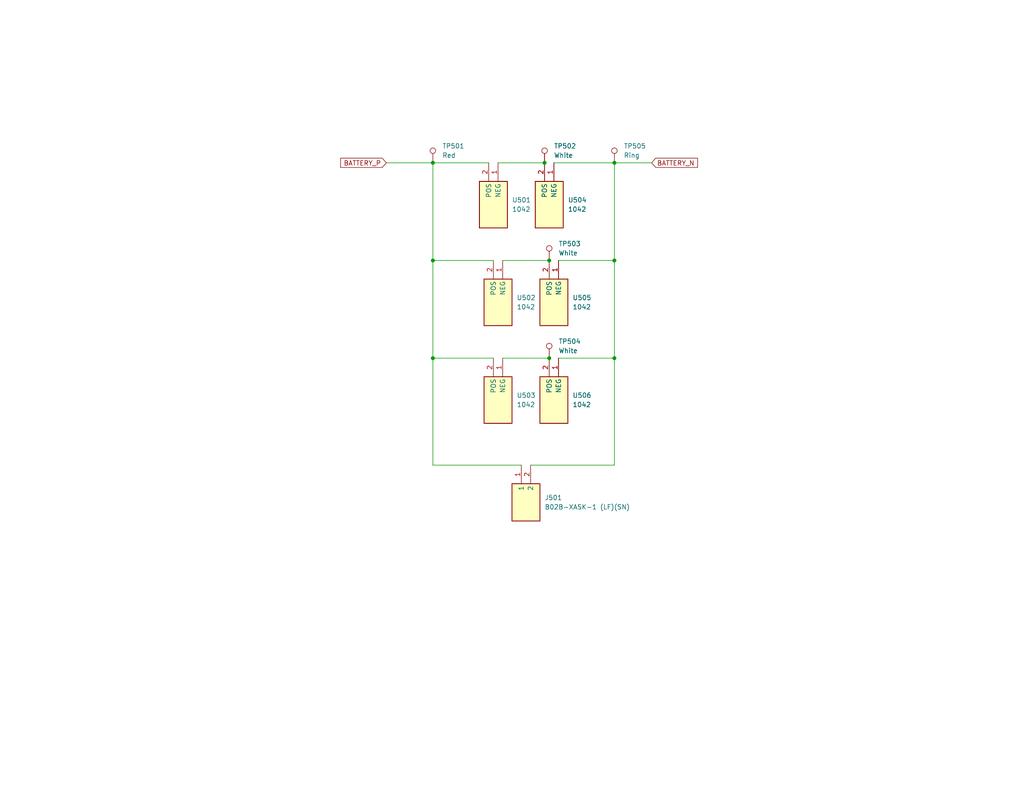
<source format=kicad_sch>
(kicad_sch (version 20230121) (generator eeschema)
  (paper "USLetter")
  (lib_symbols
    (symbol "Connector:TestPoint" (pin_numbers hide) (pin_names (offset 0.762) hide)
      (property "Reference" "TP" (at 0 6.858 0))
      (property "Value" "TestPoint" (at 0 5.08 0))
      (symbol "TestPoint_0_1"
        (circle (center 0 3.302) (radius 0.762))
      )
      (symbol "TestPoint_1_1"
        (pin passive line (at 0 0 90) (length 2.54) (name "1") (number "1"))
      )
    )
    (symbol "JST B02B-XASK-1 (LF)(SN):B02B-XASK-1__LF__SN_"
      (property "Reference" "J" (at 16.51 7.62 0))
      (property "Value" "B02B-XASK-1__LF__SN_" (at 16.51 5.08 0))
      (symbol "B02B-XASK-1__LF__SN__1_1"
        (rectangle (start 5.08 2.54) (end 15.24 -5.08) (stroke (width 0.254)) (fill (type background)))
        (pin passive line (at 0 -2.54 0) (length 5.08) (name "1") (number "1"))
        (pin passive line (at 0 0 0) (length 5.08) (name "2") (number "2"))
      )
    )
    (symbol "Keystone 1042:1042"
      (property "Reference" "U" (at 19.05 7.62 0))
      (property "Value" "1042" (at 19.05 5.08 0))
      (symbol "1042_1_1"
        (rectangle (start 5.08 2.54) (end 17.78 -5.08) (stroke (width 0.254)) (fill (type background)))
        (pin passive line (at 0 0 0) (length 5.08) (name "NEG") (number "1"))
        (pin passive line (at 0 -2.54 0) (length 5.08) (name "POS") (number "2"))
      )
    )
  )
  (junction (at 118.11 71.12))
  (junction (at 167.64 44.45))
  (junction (at 167.64 97.79))
  (junction (at 118.11 44.45))
  (junction (at 118.11 97.79))
  (junction (at 149.86 97.79))
  (junction (at 148.59 44.45))
  (junction (at 167.64 71.12))
  (junction (at 149.86 71.12))
  (wire (pts (xy 151.13 44.45) (xy 167.64 44.45)))
  (wire (pts (xy 118.11 44.45) (xy 133.35 44.45)))
  (wire (pts (xy 142.24 127) (xy 118.11 127)))
  (wire (pts (xy 118.11 44.45) (xy 118.11 71.12)))
  (wire (pts (xy 118.11 71.12) (xy 134.62 71.12)))
  (wire (pts (xy 135.89 44.45) (xy 148.59 44.45)))
  (wire (pts (xy 137.16 97.79) (xy 149.86 97.79)))
  (wire (pts (xy 137.16 71.12) (xy 149.86 71.12)))
  (wire (pts (xy 118.11 97.79) (xy 134.62 97.79)))
  (wire (pts (xy 167.64 44.45) (xy 177.8 44.45)))
  (wire (pts (xy 118.11 71.12) (xy 118.11 97.79)))
  (wire (pts (xy 167.64 97.79) (xy 152.4 97.79)))
  (wire (pts (xy 118.11 127) (xy 118.11 97.79)))
  (wire (pts (xy 105.41 44.45) (xy 118.11 44.45)))
  (wire (pts (xy 167.64 127) (xy 167.64 97.79)))
  (wire (pts (xy 144.78 127) (xy 167.64 127)))
  (wire (pts (xy 167.64 71.12) (xy 167.64 97.79)))
  (wire (pts (xy 152.4 71.12) (xy 167.64 71.12)))
  (wire (pts (xy 167.64 44.45) (xy 167.64 71.12)))
  (global_label "BATTERY_P" (shape input) (at 105.41 44.45 180) (property "Intersheetrefs" "${INTERSHEET_REFS}" (effects hide)))
  (global_label "BATTERY_N" (shape input) (at 177.8 44.45 0) (property "Intersheetrefs" "${INTERSHEET_REFS}" (effects hide)))
  (symbol (lib_id "Keystone 1042:1042") (at 151.13 44.45 270) (unit 1)
    (property "Reference" "U504" (at 154.94 54.61 90) (effects (justify left)))
    (property "Value" "1042" (at 154.94 57.15 90) (effects (justify left)))
    (property "Footprint" "footprints:KEYSTONE-1042" (effects hide))
    (property "Datasheet" "http://www.mouser.com/ds/2/215/042-744829.pdf" (effects hide))
    (property "Manufacturer_Name" "Keystone Electronics" (effects hide))
    (property "Manufacturer_Part_Number" "1042" (effects hide))
    (property "Mouser Part Number" "534-1042" (effects hide))
    (property "Mouser Price/Stock" "https://www.mouser.co.uk/ProductDetail/Keystone-Electronics/1042?qs=%2F7TOpeL5Mz4qPdWi9tuLKw%3D%3D" (effects hide))
    (property "Arrow Part Number" "1042" (effects hide))
    (property "Arrow Price/Stock" "https://www.arrow.com/en/products/1042/keystone-electronics?region=europe" (effects hide))
    (property "MPN" "C5249310" (effects hide))
    (property "Manufacturer" "Keystone" (effects hide))
    (property "Manufacturer Part Number" "1042" (effects hide))
    (property "Active" "Y" (effects hide))
  )
  (symbol (lib_id "Keystone 1042:1042") (at 137.16 71.12 270) (unit 1)
    (property "Reference" "U502" (at 140.97 81.28 90) (effects (justify left)))
    (property "Value" "1042" (at 140.97 83.82 90) (effects (justify left)))
    (property "Footprint" "footprints:KEYSTONE-1042" (effects hide))
    (property "Datasheet" "http://www.mouser.com/ds/2/215/042-744829.pdf" (effects hide))
    (property "Manufacturer_Name" "Keystone Electronics" (effects hide))
    (property "Manufacturer_Part_Number" "1042" (effects hide))
    (property "Mouser Part Number" "534-1042" (effects hide))
    (property "Mouser Price/Stock" "https://www.mouser.co.uk/ProductDetail/Keystone-Electronics/1042?qs=%2F7TOpeL5Mz4qPdWi9tuLKw%3D%3D" (effects hide))
    (property "Arrow Part Number" "1042" (effects hide))
    (property "Arrow Price/Stock" "https://www.arrow.com/en/products/1042/keystone-electronics?region=europe" (effects hide))
    (property "MPN" "C5249310" (effects hide))
    (property "Manufacturer" "Keystone" (effects hide))
    (property "Manufacturer Part Number" "1042" (effects hide))
    (property "Active" "Y" (effects hide))
  )
  (symbol (lib_id "Connector:TestPoint") (at 118.11 44.45 0) (unit 1)
    (property "Reference" "TP501" (at 120.65 39.878 0) (effects (justify left)))
    (property "Value" "Red" (at 120.65 42.418 0) (effects (justify left)))
    (property "Footprint" "TestPoint:TestPoint_Keystone_5000-5004_Miniature" (effects hide))
    (property "Active" "Y" (effects hide))
    (property "MPN" "C5199900" (effects hide))
    (property "Manufacturer" "Keystone" (effects hide))
    (property "Manufacturer Part Number" "5000" (effects hide))
  )
  (symbol (lib_id "Keystone 1042:1042") (at 152.4 97.79 270) (unit 1)
    (property "Reference" "U506" (at 156.21 107.95 90) (effects (justify left)))
    (property "Value" "1042" (at 156.21 110.49 90) (effects (justify left)))
    (property "Footprint" "footprints:KEYSTONE-1042" (effects hide))
    (property "Datasheet" "http://www.mouser.com/ds/2/215/042-744829.pdf" (effects hide))
    (property "Manufacturer_Name" "Keystone Electronics" (effects hide))
    (property "Manufacturer_Part_Number" "1042" (effects hide))
    (property "Mouser Part Number" "534-1042" (effects hide))
    (property "Mouser Price/Stock" "https://www.mouser.co.uk/ProductDetail/Keystone-Electronics/1042?qs=%2F7TOpeL5Mz4qPdWi9tuLKw%3D%3D" (effects hide))
    (property "Arrow Part Number" "1042" (effects hide))
    (property "Arrow Price/Stock" "https://www.arrow.com/en/products/1042/keystone-electronics?region=europe" (effects hide))
    (property "MPN" "C5249310" (effects hide))
    (property "Manufacturer" "Keystone" (effects hide))
    (property "Manufacturer Part Number" "1042" (effects hide))
    (property "Active" "Y" (effects hide))
  )
  (symbol (lib_id "Keystone 1042:1042") (at 135.89 44.45 270) (unit 1)
    (property "Reference" "U501" (at 139.7 54.61 90) (effects (justify left)))
    (property "Value" "1042" (at 139.7 57.15 90) (effects (justify left)))
    (property "Footprint" "footprints:KEYSTONE-1042" (effects hide))
    (property "Datasheet" "http://www.mouser.com/ds/2/215/042-744829.pdf" (effects hide))
    (property "Manufacturer_Name" "Keystone Electronics" (effects hide))
    (property "Manufacturer_Part_Number" "1042" (effects hide))
    (property "Mouser Part Number" "534-1042" (effects hide))
    (property "Mouser Price/Stock" "https://www.mouser.co.uk/ProductDetail/Keystone-Electronics/1042?qs=%2F7TOpeL5Mz4qPdWi9tuLKw%3D%3D" (effects hide))
    (property "Arrow Part Number" "1042" (effects hide))
    (property "Arrow Price/Stock" "https://www.arrow.com/en/products/1042/keystone-electronics?region=europe" (effects hide))
    (property "MPN" "C5249310" (effects hide))
    (property "Manufacturer" "Keystone" (effects hide))
    (property "Manufacturer Part Number" "1042" (effects hide))
    (property "Active" "Y" (effects hide))
  )
  (symbol (lib_id "JST B02B-XASK-1 (LF)(SN):B02B-XASK-1__LF__SN_") (at 144.78 127 270) (unit 1)
    (property "Reference" "J501" (at 148.59 135.89 90) (effects (justify left)))
    (property "Value" "B02B-XASK-1 (LF)(SN)" (at 148.59 138.43 90) (effects (justify left)))
    (property "Footprint" "footprints:B02BXASK1LFSN" (effects hide))
    (property "Datasheet" "https://www.jst-mfg.com/product/pdf/eng/eXA1.pdf" (effects hide))
    (property "Height" "8.8" (effects hide))
    (property "Manufacturer_Name" "JST (JAPAN SOLDERLESS TERMINALS)" (effects hide))
    (property "Manufacturer_Part_Number" "B02B-XASK-1 (LF)(SN)" (effects hide))
    (property "Purpose" "Battery Override" (effects hide))
  )
  (symbol (lib_id "Connector:TestPoint") (at 149.86 97.79 0) (unit 1)
    (property "Reference" "TP504" (at 152.4 93.218 0) (effects (justify left)))
    (property "Value" "White" (at 152.4 95.758 0) (effects (justify left)))
    (property "Footprint" "TestPoint:TestPoint_Keystone_5000-5004_Miniature" (effects hide))
    (property "Active" "Y" (effects hide))
    (property "MPN" "C238123" (effects hide))
    (property "Manufacturer" "Keystone" (effects hide))
    (property "Manufacturer Part Number" "5002" (effects hide))
  )
  (symbol (lib_id "Keystone 1042:1042") (at 152.4 71.12 270) (unit 1)
    (property "Reference" "U505" (at 156.21 81.28 90) (effects (justify left)))
    (property "Value" "1042" (at 156.21 83.82 90) (effects (justify left)))
    (property "Footprint" "footprints:KEYSTONE-1042" (effects hide))
    (property "Datasheet" "http://www.mouser.com/ds/2/215/042-744829.pdf" (effects hide))
    (property "Manufacturer_Name" "Keystone Electronics" (effects hide))
    (property "Manufacturer_Part_Number" "1042" (effects hide))
    (property "Mouser Part Number" "534-1042" (effects hide))
    (property "Mouser Price/Stock" "https://www.mouser.co.uk/ProductDetail/Keystone-Electronics/1042?qs=%2F7TOpeL5Mz4qPdWi9tuLKw%3D%3D" (effects hide))
    (property "Arrow Part Number" "1042" (effects hide))
    (property "Arrow Price/Stock" "https://www.arrow.com/en/products/1042/keystone-electronics?region=europe" (effects hide))
    (property "MPN" "C5249310" (effects hide))
    (property "Manufacturer" "Keystone" (effects hide))
    (property "Manufacturer Part Number" "1042" (effects hide))
    (property "Active" "Y" (effects hide))
  )
  (symbol (lib_id "Connector:TestPoint") (at 149.86 71.12 0) (unit 1)
    (property "Reference" "TP503" (at 152.4 66.548 0) (effects (justify left)))
    (property "Value" "White" (at 152.4 69.088 0) (effects (justify left)))
    (property "Footprint" "TestPoint:TestPoint_Keystone_5000-5004_Miniature" (effects hide))
    (property "Active" "Y" (effects hide))
    (property "MPN" "C238123" (effects hide))
    (property "Manufacturer" "Keystone" (effects hide))
    (property "Manufacturer Part Number" "5002" (effects hide))
  )
  (symbol (lib_id "Connector:TestPoint") (at 148.59 44.45 0) (unit 1)
    (property "Reference" "TP502" (at 151.13 39.878 0) (effects (justify left)))
    (property "Value" "White" (at 151.13 42.418 0) (effects (justify left)))
    (property "Footprint" "TestPoint:TestPoint_Keystone_5000-5004_Miniature" (effects hide))
    (property "Active" "Y" (effects hide))
    (property "MPN" "C238123" (effects hide))
    (property "Manufacturer" "Keystone" (effects hide))
    (property "Manufacturer Part Number" "5002" (effects hide))
  )
  (symbol (lib_id "Keystone 1042:1042") (at 137.16 97.79 270) (unit 1)
    (property "Reference" "U503" (at 140.97 107.95 90) (effects (justify left)))
    (property "Value" "1042" (at 140.97 110.49 90) (effects (justify left)))
    (property "Footprint" "footprints:KEYSTONE-1042" (effects hide))
    (property "Datasheet" "http://www.mouser.com/ds/2/215/042-744829.pdf" (effects hide))
    (property "Manufacturer_Name" "Keystone Electronics" (effects hide))
    (property "Manufacturer_Part_Number" "1042" (effects hide))
    (property "Mouser Part Number" "534-1042" (effects hide))
    (property "Mouser Price/Stock" "https://www.mouser.co.uk/ProductDetail/Keystone-Electronics/1042?qs=%2F7TOpeL5Mz4qPdWi9tuLKw%3D%3D" (effects hide))
    (property "Arrow Part Number" "1042" (effects hide))
    (property "Arrow Price/Stock" "https://www.arrow.com/en/products/1042/keystone-electronics?region=europe" (effects hide))
    (property "MPN" "C5249310" (effects hide))
    (property "Manufacturer" "Keystone" (effects hide))
    (property "Manufacturer Part Number" "1042" (effects hide))
    (property "Active" "Y" (effects hide))
  )
  (symbol (lib_id "Connector:TestPoint") (at 167.64 44.45 0) (unit 1)
    (property "Reference" "TP505" (at 170.18 39.878 0) (effects (justify left)))
    (property "Value" "Ring" (at 170.18 42.418 0) (effects (justify left)))
    (property "Footprint" "TestPoint:TestPoint_Keystone_5019_Minature" (effects hide))
    (property "Active" "Y" (effects hide))
    (property "MPN" "C238131" (effects hide))
    (property "Manufacturer" "Keystone" (effects hide))
    (property "Manufacturer Part Number" "5019" (effects hide))
  )
)
</source>
